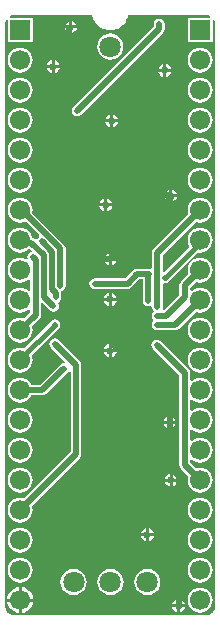
<source format=gtl>
G04*
G04 #@! TF.GenerationSoftware,Altium Limited,Altium Designer,21.0.8 (223)*
G04*
G04 Layer_Physical_Order=1*
G04 Layer_Color=255*
%FSLAX25Y25*%
%MOIN*%
G70*
G04*
G04 #@! TF.SameCoordinates,A92B238D-CFD9-4CD7-8B95-F340C1F2EFB7*
G04*
G04*
G04 #@! TF.FilePolarity,Positive*
G04*
G01*
G75*
%ADD14C,0.01968*%
%ADD15C,0.01575*%
%ADD16C,0.06693*%
%ADD17R,0.06693X0.06693*%
%ADD18C,0.07087*%
%ADD19C,0.02362*%
%ADD20C,0.01968*%
G36*
X68869Y200866D02*
X69412Y200641D01*
X69423Y200634D01*
X69271Y200134D01*
X61866D01*
Y191866D01*
X70134D01*
Y199271D01*
X70634Y199423D01*
X70641Y199412D01*
X70866Y198869D01*
X70981Y198293D01*
Y198000D01*
Y4000D01*
Y3706D01*
X70866Y3131D01*
X70641Y2588D01*
X70315Y2100D01*
X69900Y1685D01*
X69412Y1359D01*
X68869Y1134D01*
X68294Y1020D01*
X3706D01*
X3131Y1134D01*
X2588Y1359D01*
X2100Y1685D01*
X1685Y2100D01*
X1359Y2588D01*
X1134Y3131D01*
X1020Y3706D01*
Y4000D01*
Y198000D01*
Y198294D01*
X1134Y198869D01*
X1359Y199412D01*
X1366Y199423D01*
X1866Y199271D01*
Y191866D01*
X10134D01*
Y200134D01*
X2729D01*
X2577Y200634D01*
X2588Y200641D01*
X3131Y200866D01*
X3706Y200980D01*
X29987D01*
X29999Y200952D01*
X30003Y200910D01*
X30026Y200830D01*
X30031Y200747D01*
X30178Y200184D01*
X30216Y200105D01*
X30236Y200020D01*
X30716Y198963D01*
X30784Y198868D01*
X30836Y198763D01*
X31543Y197843D01*
X31631Y197766D01*
X31705Y197676D01*
X32602Y196940D01*
X32705Y196885D01*
X32798Y196814D01*
X33839Y196301D01*
X33952Y196271D01*
X34058Y196223D01*
X35188Y195960D01*
X35305Y195956D01*
X35420Y195933D01*
X36580D01*
X36695Y195956D01*
X36812Y195960D01*
X37942Y196223D01*
X38048Y196271D01*
X38161Y196301D01*
X39202Y196814D01*
X39295Y196885D01*
X39398Y196940D01*
X40295Y197676D01*
X40369Y197766D01*
X40457Y197843D01*
X41164Y198763D01*
X41216Y198868D01*
X41284Y198963D01*
X41764Y200020D01*
X41780Y200090D01*
X41814Y200153D01*
X41978Y200712D01*
X41991Y200857D01*
X42016Y200980D01*
X68293D01*
X68869Y200866D01*
D02*
G37*
%LPC*%
G36*
X23400Y199000D02*
Y197576D01*
X24824D01*
X24769Y197851D01*
X24331Y198507D01*
X23674Y198945D01*
X23400Y199000D01*
D02*
G37*
G36*
X22400D02*
X22126Y198945D01*
X21469Y198507D01*
X21031Y197851D01*
X20976Y197576D01*
X22400D01*
Y199000D01*
D02*
G37*
G36*
X24824Y196576D02*
X23400D01*
Y195153D01*
X23674Y195207D01*
X24331Y195646D01*
X24769Y196302D01*
X24824Y196576D01*
D02*
G37*
G36*
X22400D02*
X20976D01*
X21031Y196302D01*
X21469Y195646D01*
X22126Y195207D01*
X22400Y195153D01*
Y196576D01*
D02*
G37*
G36*
X36000Y194868D02*
X34870Y194719D01*
X33816Y194283D01*
X32911Y193589D01*
X32217Y192684D01*
X31781Y191630D01*
X31632Y190500D01*
X31781Y189369D01*
X32217Y188316D01*
X32911Y187411D01*
X33816Y186717D01*
X34870Y186281D01*
X36000Y186132D01*
X37130Y186281D01*
X38184Y186717D01*
X39089Y187411D01*
X39783Y188316D01*
X40219Y189369D01*
X40368Y190500D01*
X40219Y191630D01*
X39783Y192684D01*
X39089Y193589D01*
X38184Y194283D01*
X37130Y194719D01*
X36000Y194868D01*
D02*
G37*
G36*
X17500Y185925D02*
Y184301D01*
X19124D01*
X19055Y184652D01*
X18573Y185374D01*
X17851Y185856D01*
X17500Y185925D01*
D02*
G37*
G36*
X16500D02*
X16149Y185856D01*
X15428Y185374D01*
X14945Y184652D01*
X14876Y184301D01*
X16500D01*
Y185925D01*
D02*
G37*
G36*
X54704Y184645D02*
Y183021D01*
X56328D01*
X56258Y183372D01*
X55776Y184093D01*
X55055Y184575D01*
X54704Y184645D01*
D02*
G37*
G36*
X53704D02*
X53353Y184575D01*
X52631Y184093D01*
X52149Y183372D01*
X52079Y183021D01*
X53704D01*
Y184645D01*
D02*
G37*
G36*
X66000Y190170D02*
X64921Y190027D01*
X63915Y189611D01*
X63052Y188948D01*
X62389Y188085D01*
X61973Y187079D01*
X61831Y186000D01*
X61973Y184921D01*
X62389Y183915D01*
X63052Y183052D01*
X63915Y182389D01*
X64921Y181973D01*
X66000Y181831D01*
X67079Y181973D01*
X68085Y182389D01*
X68948Y183052D01*
X69611Y183915D01*
X70027Y184921D01*
X70170Y186000D01*
X70027Y187079D01*
X69611Y188085D01*
X68948Y188948D01*
X68085Y189611D01*
X67079Y190027D01*
X66000Y190170D01*
D02*
G37*
G36*
X6000D02*
X4921Y190027D01*
X3915Y189611D01*
X3052Y188948D01*
X2389Y188085D01*
X1973Y187079D01*
X1830Y186000D01*
X1973Y184921D01*
X2389Y183915D01*
X3052Y183052D01*
X3915Y182389D01*
X4921Y181973D01*
X6000Y181831D01*
X7079Y181973D01*
X8085Y182389D01*
X8948Y183052D01*
X9611Y183915D01*
X10028Y184921D01*
X10170Y186000D01*
X10028Y187079D01*
X9611Y188085D01*
X8948Y188948D01*
X8085Y189611D01*
X7079Y190027D01*
X6000Y190170D01*
D02*
G37*
G36*
X19124Y183301D02*
X17500D01*
Y181677D01*
X17851Y181746D01*
X18573Y182229D01*
X19055Y182950D01*
X19124Y183301D01*
D02*
G37*
G36*
X16500D02*
X14876D01*
X14945Y182950D01*
X15428Y182229D01*
X16149Y181746D01*
X16500Y181677D01*
Y183301D01*
D02*
G37*
G36*
X56328Y182021D02*
X54704D01*
Y180396D01*
X55055Y180466D01*
X55776Y180948D01*
X56258Y181670D01*
X56328Y182021D01*
D02*
G37*
G36*
X53704D02*
X52079D01*
X52149Y181670D01*
X52631Y180948D01*
X53353Y180466D01*
X53704Y180396D01*
Y182021D01*
D02*
G37*
G36*
X66000Y180169D02*
X64921Y180027D01*
X63915Y179611D01*
X63052Y178948D01*
X62389Y178085D01*
X61973Y177079D01*
X61831Y176000D01*
X61973Y174921D01*
X62389Y173915D01*
X63052Y173052D01*
X63915Y172389D01*
X64921Y171973D01*
X66000Y171830D01*
X67079Y171973D01*
X68085Y172389D01*
X68948Y173052D01*
X69611Y173915D01*
X70027Y174921D01*
X70170Y176000D01*
X70027Y177079D01*
X69611Y178085D01*
X68948Y178948D01*
X68085Y179611D01*
X67079Y180027D01*
X66000Y180169D01*
D02*
G37*
G36*
X6000D02*
X4921Y180027D01*
X3915Y179611D01*
X3052Y178948D01*
X2389Y178085D01*
X1973Y177079D01*
X1830Y176000D01*
X1973Y174921D01*
X2389Y173915D01*
X3052Y173052D01*
X3915Y172389D01*
X4921Y171973D01*
X6000Y171830D01*
X7079Y171973D01*
X8085Y172389D01*
X8948Y173052D01*
X9611Y173915D01*
X10028Y174921D01*
X10170Y176000D01*
X10028Y177079D01*
X9611Y178085D01*
X8948Y178948D01*
X8085Y179611D01*
X7079Y180027D01*
X6000Y180169D01*
D02*
G37*
G36*
X52378Y199828D02*
X51687Y199690D01*
X51101Y199299D01*
X50709Y198713D01*
X50572Y198022D01*
Y197204D01*
X23723Y170355D01*
X23331Y169769D01*
X23194Y169078D01*
X23331Y168386D01*
X23723Y167800D01*
X24309Y167409D01*
X25000Y167271D01*
X25691Y167409D01*
X26277Y167800D01*
X53656Y195179D01*
X54047Y195765D01*
X54185Y196456D01*
Y198022D01*
X54047Y198713D01*
X53656Y199299D01*
X53070Y199690D01*
X52378Y199828D01*
D02*
G37*
G36*
X37000Y167870D02*
Y166245D01*
X38624D01*
X38555Y166596D01*
X38072Y167318D01*
X37351Y167800D01*
X37000Y167870D01*
D02*
G37*
G36*
X36000D02*
X35649Y167800D01*
X34927Y167318D01*
X34445Y166596D01*
X34376Y166245D01*
X36000D01*
Y167870D01*
D02*
G37*
G36*
X38624Y165245D02*
X37000D01*
Y163621D01*
X37351Y163691D01*
X38072Y164173D01*
X38555Y164894D01*
X38624Y165245D01*
D02*
G37*
G36*
X36000D02*
X34376D01*
X34445Y164894D01*
X34927Y164173D01*
X35649Y163691D01*
X36000Y163621D01*
Y165245D01*
D02*
G37*
G36*
X66000Y170169D02*
X64921Y170027D01*
X63915Y169611D01*
X63052Y168948D01*
X62389Y168085D01*
X61973Y167079D01*
X61831Y166000D01*
X61973Y164921D01*
X62389Y163915D01*
X63052Y163052D01*
X63915Y162389D01*
X64921Y161973D01*
X66000Y161830D01*
X67079Y161973D01*
X68085Y162389D01*
X68948Y163052D01*
X69611Y163915D01*
X70027Y164921D01*
X70170Y166000D01*
X70027Y167079D01*
X69611Y168085D01*
X68948Y168948D01*
X68085Y169611D01*
X67079Y170027D01*
X66000Y170169D01*
D02*
G37*
G36*
X6000D02*
X4921Y170027D01*
X3915Y169611D01*
X3052Y168948D01*
X2389Y168085D01*
X1973Y167079D01*
X1830Y166000D01*
X1973Y164921D01*
X2389Y163915D01*
X3052Y163052D01*
X3915Y162389D01*
X4921Y161973D01*
X6000Y161830D01*
X7079Y161973D01*
X8085Y162389D01*
X8948Y163052D01*
X9611Y163915D01*
X10028Y164921D01*
X10170Y166000D01*
X10028Y167079D01*
X9611Y168085D01*
X8948Y168948D01*
X8085Y169611D01*
X7079Y170027D01*
X6000Y170169D01*
D02*
G37*
G36*
X66000Y160169D02*
X64921Y160027D01*
X63915Y159611D01*
X63052Y158948D01*
X62389Y158085D01*
X61973Y157079D01*
X61831Y156000D01*
X61973Y154921D01*
X62389Y153915D01*
X63052Y153052D01*
X63915Y152389D01*
X64921Y151973D01*
X66000Y151830D01*
X67079Y151973D01*
X68085Y152389D01*
X68948Y153052D01*
X69611Y153915D01*
X70027Y154921D01*
X70170Y156000D01*
X70027Y157079D01*
X69611Y158085D01*
X68948Y158948D01*
X68085Y159611D01*
X67079Y160027D01*
X66000Y160169D01*
D02*
G37*
G36*
X6000D02*
X4921Y160027D01*
X3915Y159611D01*
X3052Y158948D01*
X2389Y158085D01*
X1973Y157079D01*
X1830Y156000D01*
X1973Y154921D01*
X2389Y153915D01*
X3052Y153052D01*
X3915Y152389D01*
X4921Y151973D01*
X6000Y151830D01*
X7079Y151973D01*
X8085Y152389D01*
X8948Y153052D01*
X9611Y153915D01*
X10028Y154921D01*
X10170Y156000D01*
X10028Y157079D01*
X9611Y158085D01*
X8948Y158948D01*
X8085Y159611D01*
X7079Y160027D01*
X6000Y160169D01*
D02*
G37*
G36*
X66000Y150170D02*
X64921Y150027D01*
X63915Y149611D01*
X63052Y148948D01*
X62389Y148085D01*
X61973Y147079D01*
X61831Y146000D01*
X61973Y144921D01*
X62389Y143915D01*
X63052Y143052D01*
X63915Y142389D01*
X64921Y141973D01*
X66000Y141831D01*
X67079Y141973D01*
X68085Y142389D01*
X68948Y143052D01*
X69611Y143915D01*
X70027Y144921D01*
X70170Y146000D01*
X70027Y147079D01*
X69611Y148085D01*
X68948Y148948D01*
X68085Y149611D01*
X67079Y150027D01*
X66000Y150170D01*
D02*
G37*
G36*
X6000D02*
X4921Y150027D01*
X3915Y149611D01*
X3052Y148948D01*
X2389Y148085D01*
X1973Y147079D01*
X1830Y146000D01*
X1973Y144921D01*
X2389Y143915D01*
X3052Y143052D01*
X3915Y142389D01*
X4921Y141973D01*
X6000Y141831D01*
X7079Y141973D01*
X8085Y142389D01*
X8948Y143052D01*
X9611Y143915D01*
X10028Y144921D01*
X10170Y146000D01*
X10028Y147079D01*
X9611Y148085D01*
X8948Y148948D01*
X8085Y149611D01*
X7079Y150027D01*
X6000Y150170D01*
D02*
G37*
G36*
X56755Y142824D02*
Y141400D01*
X58178D01*
X58124Y141674D01*
X57685Y142331D01*
X57029Y142769D01*
X56755Y142824D01*
D02*
G37*
G36*
X55755D02*
X55480Y142769D01*
X54824Y142331D01*
X54386Y141674D01*
X54331Y141400D01*
X55755D01*
Y142824D01*
D02*
G37*
G36*
X58178Y140400D02*
X56755D01*
Y138976D01*
X57029Y139031D01*
X57685Y139469D01*
X58124Y140126D01*
X58178Y140400D01*
D02*
G37*
G36*
X55755D02*
X54331D01*
X54386Y140126D01*
X54824Y139469D01*
X55480Y139031D01*
X55755Y138976D01*
Y140400D01*
D02*
G37*
G36*
X35000Y139824D02*
Y138200D01*
X36624D01*
X36555Y138551D01*
X36072Y139272D01*
X35351Y139754D01*
X35000Y139824D01*
D02*
G37*
G36*
X34000D02*
X33649Y139754D01*
X32928Y139272D01*
X32445Y138551D01*
X32376Y138200D01*
X34000D01*
Y139824D01*
D02*
G37*
G36*
X36624Y137200D02*
X35000D01*
Y135576D01*
X35351Y135645D01*
X36072Y136127D01*
X36555Y136849D01*
X36624Y137200D01*
D02*
G37*
G36*
X34000D02*
X32376D01*
X32445Y136849D01*
X32928Y136127D01*
X33649Y135645D01*
X34000Y135576D01*
Y137200D01*
D02*
G37*
G36*
X66000Y140170D02*
X64921Y140027D01*
X63915Y139611D01*
X63052Y138948D01*
X62389Y138085D01*
X61973Y137079D01*
X61831Y136000D01*
X61973Y134921D01*
X62088Y134643D01*
X50367Y122921D01*
X49975Y122335D01*
X49838Y121644D01*
Y116757D01*
X49338Y116422D01*
X48888Y116511D01*
X48717Y116477D01*
X48598Y116501D01*
X44995D01*
X44304Y116363D01*
X43718Y115972D01*
X41053Y113306D01*
X30900D01*
X30209Y113169D01*
X29623Y112777D01*
X29231Y112191D01*
X29094Y111500D01*
X29231Y110809D01*
X29623Y110223D01*
X30209Y109831D01*
X30900Y109694D01*
X41801D01*
X42492Y109831D01*
X43078Y110223D01*
X45743Y112888D01*
X46792D01*
Y105682D01*
X46930Y104991D01*
X47321Y104405D01*
X47907Y104013D01*
X48598Y103876D01*
X49290Y104013D01*
X49404Y104089D01*
X49860Y103793D01*
X49975Y103213D01*
X50367Y102627D01*
X50422Y102571D01*
X50486Y102315D01*
Y102089D01*
X50419Y101956D01*
X50042Y101391D01*
X49904Y100700D01*
X50042Y100009D01*
X50433Y99423D01*
X50432Y98934D01*
X50079Y98406D01*
X49942Y97714D01*
X50079Y97023D01*
X50471Y96437D01*
X51057Y96046D01*
X51748Y95908D01*
X57714D01*
X58406Y96046D01*
X58992Y96437D01*
X64642Y102088D01*
X64921Y101973D01*
X66000Y101830D01*
X67079Y101973D01*
X68085Y102389D01*
X68948Y103052D01*
X69611Y103915D01*
X70027Y104921D01*
X70170Y106000D01*
X70027Y107079D01*
X69611Y108085D01*
X68948Y108948D01*
X68085Y109611D01*
X67079Y110027D01*
X66000Y110169D01*
X64921Y110027D01*
X63915Y109611D01*
X63188Y109053D01*
X62688Y109243D01*
Y110134D01*
X64642Y112088D01*
X64921Y111973D01*
X66000Y111830D01*
X67079Y111973D01*
X68085Y112389D01*
X68948Y113052D01*
X69611Y113915D01*
X70027Y114921D01*
X70170Y116000D01*
X70027Y117079D01*
X69611Y118085D01*
X68948Y118948D01*
X68085Y119611D01*
X67079Y120027D01*
X66000Y120169D01*
X64921Y120027D01*
X63915Y119611D01*
X63052Y118948D01*
X62389Y118085D01*
X61973Y117079D01*
X61831Y116000D01*
X61973Y114921D01*
X62088Y114643D01*
X59605Y112159D01*
X59213Y111573D01*
X59075Y110882D01*
Y107784D01*
X54049Y102757D01*
X53806Y102790D01*
X53733Y102850D01*
X53460Y103325D01*
X53554Y103800D01*
X53451Y104323D01*
Y111348D01*
X53951Y111683D01*
X54400Y111594D01*
X55091Y111731D01*
X55677Y112123D01*
X56069Y112709D01*
X56117Y112953D01*
X65112Y121947D01*
X66000Y121830D01*
X67079Y121973D01*
X68085Y122389D01*
X68948Y123052D01*
X69611Y123915D01*
X70027Y124921D01*
X70170Y126000D01*
X70027Y127079D01*
X69611Y128085D01*
X68948Y128948D01*
X68085Y129611D01*
X67079Y130027D01*
X66000Y130169D01*
X64921Y130027D01*
X63915Y129611D01*
X63052Y128948D01*
X62389Y128085D01*
X61973Y127079D01*
X61831Y126000D01*
X61973Y124921D01*
X62389Y123915D01*
X62454Y123831D01*
X53951Y115328D01*
X53451Y115535D01*
Y120896D01*
X64642Y132088D01*
X64921Y131973D01*
X66000Y131831D01*
X67079Y131973D01*
X68085Y132389D01*
X68948Y133052D01*
X69611Y133915D01*
X70027Y134921D01*
X70170Y136000D01*
X70027Y137079D01*
X69611Y138085D01*
X68948Y138948D01*
X68085Y139611D01*
X67079Y140027D01*
X66000Y140170D01*
D02*
G37*
G36*
X6000D02*
X4921Y140027D01*
X3915Y139611D01*
X3052Y138948D01*
X2389Y138085D01*
X1973Y137079D01*
X1830Y136000D01*
X1973Y134921D01*
X2389Y133915D01*
X3052Y133052D01*
X3915Y132389D01*
X4921Y131973D01*
X6000Y131831D01*
X7079Y131973D01*
X7778Y132262D01*
X12369Y127671D01*
X12252Y127081D01*
X11871Y126826D01*
X11617Y126445D01*
X11026Y126328D01*
X10981Y126373D01*
X10395Y126765D01*
X10060Y126832D01*
X10028Y127079D01*
X9611Y128085D01*
X8948Y128948D01*
X8085Y129611D01*
X7079Y130027D01*
X6000Y130169D01*
X4921Y130027D01*
X3915Y129611D01*
X3052Y128948D01*
X2389Y128085D01*
X1973Y127079D01*
X1830Y126000D01*
X1973Y124921D01*
X2389Y123915D01*
X3052Y123052D01*
X3915Y122389D01*
X4921Y121973D01*
X6000Y121830D01*
X7079Y121973D01*
X8085Y122389D01*
X8948Y123052D01*
X9179Y123067D01*
X9774Y122471D01*
X9629Y121993D01*
X9509Y121969D01*
X8923Y121577D01*
X8531Y120991D01*
X8394Y120300D01*
X8463Y119951D01*
X8242Y119752D01*
X8015Y119640D01*
X7079Y120027D01*
X6000Y120169D01*
X4921Y120027D01*
X3915Y119611D01*
X3052Y118948D01*
X2389Y118085D01*
X1973Y117079D01*
X1830Y116000D01*
X1973Y114921D01*
X2389Y113915D01*
X3052Y113052D01*
X3915Y112389D01*
X4921Y111973D01*
X6000Y111830D01*
X7079Y111973D01*
X8085Y112389D01*
X8812Y112947D01*
X9312Y112757D01*
Y109243D01*
X8812Y109053D01*
X8085Y109611D01*
X7079Y110027D01*
X6000Y110169D01*
X4921Y110027D01*
X3915Y109611D01*
X3052Y108948D01*
X2389Y108085D01*
X1973Y107079D01*
X1830Y106000D01*
X1973Y104921D01*
X2389Y103915D01*
X3052Y103052D01*
X3915Y102389D01*
X4921Y101973D01*
X6000Y101830D01*
X7079Y101973D01*
X8085Y102389D01*
X8812Y102947D01*
X9312Y102757D01*
Y101866D01*
X7358Y99912D01*
X7079Y100027D01*
X6000Y100170D01*
X4921Y100027D01*
X3915Y99611D01*
X3052Y98948D01*
X2389Y98085D01*
X1973Y97079D01*
X1830Y96000D01*
X1973Y94921D01*
X2389Y93915D01*
X3052Y93052D01*
X3915Y92389D01*
X4921Y91973D01*
X6000Y91830D01*
X7079Y91973D01*
X8085Y92389D01*
X8948Y93052D01*
X9611Y93915D01*
X10028Y94921D01*
X10170Y96000D01*
X10028Y97079D01*
X9912Y97358D01*
X12395Y99841D01*
X12787Y100427D01*
X12924Y101118D01*
Y104868D01*
X13386Y105059D01*
X15823Y102623D01*
X16409Y102231D01*
X17100Y102094D01*
X17791Y102231D01*
X18377Y102623D01*
X18769Y103209D01*
X18906Y103900D01*
X18769Y104591D01*
X18612Y104825D01*
X18609Y104918D01*
X18785Y105461D01*
X19177Y105723D01*
X19569Y106309D01*
X19706Y107000D01*
Y108303D01*
X19582Y108930D01*
X20091Y109031D01*
X20677Y109423D01*
X21069Y110009D01*
X21206Y110700D01*
Y123195D01*
X21069Y123886D01*
X20677Y124472D01*
X10051Y135099D01*
X10170Y136000D01*
X10028Y137079D01*
X9611Y138085D01*
X8948Y138948D01*
X8085Y139611D01*
X7079Y140027D01*
X6000Y140170D01*
D02*
G37*
G36*
X36500Y121526D02*
Y120102D01*
X37924D01*
X37869Y120377D01*
X37431Y121033D01*
X36774Y121472D01*
X36500Y121526D01*
D02*
G37*
G36*
X35500D02*
X35226Y121472D01*
X34569Y121033D01*
X34131Y120377D01*
X34076Y120102D01*
X35500D01*
Y121526D01*
D02*
G37*
G36*
X37924Y119102D02*
X36500D01*
Y117679D01*
X36774Y117733D01*
X37431Y118172D01*
X37869Y118828D01*
X37924Y119102D01*
D02*
G37*
G36*
X35500D02*
X34076D01*
X34131Y118828D01*
X34569Y118172D01*
X35226Y117733D01*
X35500Y117679D01*
Y119102D01*
D02*
G37*
G36*
X36500Y108342D02*
Y106718D01*
X38124D01*
X38055Y107069D01*
X37573Y107790D01*
X36851Y108272D01*
X36500Y108342D01*
D02*
G37*
G36*
X35500D02*
X35149Y108272D01*
X34427Y107790D01*
X33945Y107069D01*
X33876Y106718D01*
X35500D01*
Y108342D01*
D02*
G37*
G36*
X38124Y105718D02*
X36500D01*
Y104093D01*
X36851Y104163D01*
X37573Y104645D01*
X38055Y105367D01*
X38124Y105718D01*
D02*
G37*
G36*
X35500D02*
X33876D01*
X33945Y105367D01*
X34427Y104645D01*
X35149Y104163D01*
X35500Y104093D01*
Y105718D01*
D02*
G37*
G36*
X66000Y100170D02*
X64921Y100027D01*
X63915Y99611D01*
X63052Y98948D01*
X62389Y98085D01*
X61973Y97079D01*
X61831Y96000D01*
X61973Y94921D01*
X62389Y93915D01*
X63052Y93052D01*
X63915Y92389D01*
X64921Y91973D01*
X66000Y91830D01*
X67079Y91973D01*
X68085Y92389D01*
X68948Y93052D01*
X69611Y93915D01*
X70027Y94921D01*
X70170Y96000D01*
X70027Y97079D01*
X69611Y98085D01*
X68948Y98948D01*
X68085Y99611D01*
X67079Y100027D01*
X66000Y100170D01*
D02*
G37*
G36*
X17500Y99606D02*
X16809Y99469D01*
X16223Y99077D01*
X15831Y98491D01*
X15782Y98247D01*
X7422Y89886D01*
X7079Y90027D01*
X6000Y90170D01*
X4921Y90027D01*
X3915Y89611D01*
X3052Y88948D01*
X2389Y88085D01*
X1973Y87079D01*
X1830Y86000D01*
X1973Y84921D01*
X2389Y83915D01*
X3052Y83052D01*
X3915Y82389D01*
X4921Y81973D01*
X6000Y81831D01*
X7079Y81973D01*
X8085Y82389D01*
X8948Y83052D01*
X9611Y83915D01*
X10028Y84921D01*
X10170Y86000D01*
X10028Y87079D01*
X9772Y87695D01*
X18243Y96166D01*
X18777Y96523D01*
X19169Y97109D01*
X19306Y97800D01*
X19169Y98491D01*
X18777Y99077D01*
X18191Y99469D01*
X17500Y99606D01*
D02*
G37*
G36*
X36500Y91273D02*
Y89649D01*
X38124D01*
X38055Y90000D01*
X37573Y90722D01*
X36851Y91204D01*
X36500Y91273D01*
D02*
G37*
G36*
X35500D02*
X35149Y91204D01*
X34427Y90722D01*
X33945Y90000D01*
X33876Y89649D01*
X35500D01*
Y91273D01*
D02*
G37*
G36*
X38124Y88649D02*
X36500D01*
Y87025D01*
X36851Y87094D01*
X37573Y87577D01*
X38055Y88298D01*
X38124Y88649D01*
D02*
G37*
G36*
X35500D02*
X33876D01*
X33945Y88298D01*
X34427Y87577D01*
X35149Y87094D01*
X35500Y87025D01*
Y88649D01*
D02*
G37*
G36*
X66000Y90170D02*
X64921Y90027D01*
X63915Y89611D01*
X63052Y88948D01*
X62389Y88085D01*
X61973Y87079D01*
X61831Y86000D01*
X61973Y84921D01*
X62389Y83915D01*
X63052Y83052D01*
X63915Y82389D01*
X64921Y81973D01*
X66000Y81831D01*
X67079Y81973D01*
X68085Y82389D01*
X68948Y83052D01*
X69611Y83915D01*
X70027Y84921D01*
X70170Y86000D01*
X70027Y87079D01*
X69611Y88085D01*
X68948Y88948D01*
X68085Y89611D01*
X67079Y90027D01*
X66000Y90170D01*
D02*
G37*
G36*
X51453Y92811D02*
X50761Y92674D01*
X50175Y92282D01*
X49784Y91696D01*
X49646Y91005D01*
X49784Y90314D01*
X50175Y89727D01*
X59075Y80827D01*
Y51118D01*
X59213Y50427D01*
X59605Y49841D01*
X62088Y47357D01*
X61973Y47079D01*
X61831Y46000D01*
X61973Y44921D01*
X62389Y43915D01*
X63052Y43052D01*
X63915Y42389D01*
X64921Y41973D01*
X66000Y41831D01*
X67079Y41973D01*
X68085Y42389D01*
X68948Y43052D01*
X69611Y43915D01*
X70027Y44921D01*
X70170Y46000D01*
X70027Y47079D01*
X69611Y48085D01*
X68948Y48948D01*
X68085Y49611D01*
X67079Y50027D01*
X66000Y50169D01*
X64921Y50027D01*
X64642Y49912D01*
X62688Y51866D01*
Y52757D01*
X63188Y52947D01*
X63915Y52389D01*
X64921Y51973D01*
X66000Y51831D01*
X67079Y51973D01*
X68085Y52389D01*
X68948Y53052D01*
X69611Y53915D01*
X70027Y54921D01*
X70170Y56000D01*
X70027Y57079D01*
X69611Y58085D01*
X68948Y58948D01*
X68085Y59611D01*
X67079Y60027D01*
X66000Y60170D01*
X64921Y60027D01*
X63915Y59611D01*
X63188Y59053D01*
X62688Y59243D01*
Y62757D01*
X63188Y62947D01*
X63915Y62389D01*
X64921Y61973D01*
X66000Y61831D01*
X67079Y61973D01*
X68085Y62389D01*
X68948Y63052D01*
X69611Y63915D01*
X70027Y64921D01*
X70170Y66000D01*
X70027Y67079D01*
X69611Y68085D01*
X68948Y68948D01*
X68085Y69611D01*
X67079Y70027D01*
X66000Y70170D01*
X64921Y70027D01*
X63915Y69611D01*
X63188Y69053D01*
X62688Y69243D01*
Y72757D01*
X63188Y72947D01*
X63915Y72389D01*
X64921Y71973D01*
X66000Y71830D01*
X67079Y71973D01*
X68085Y72389D01*
X68948Y73052D01*
X69611Y73915D01*
X70027Y74921D01*
X70170Y76000D01*
X70027Y77079D01*
X69611Y78085D01*
X68948Y78948D01*
X68085Y79611D01*
X67079Y80027D01*
X66000Y80169D01*
X64921Y80027D01*
X63915Y79611D01*
X63188Y79053D01*
X62688Y79243D01*
Y81576D01*
X62551Y82267D01*
X62159Y82853D01*
X52730Y92282D01*
X52144Y92674D01*
X51453Y92811D01*
D02*
G37*
G36*
X56223Y67024D02*
Y65600D01*
X57646D01*
X57592Y65874D01*
X57153Y66531D01*
X56497Y66969D01*
X56223Y67024D01*
D02*
G37*
G36*
X55223D02*
X54949Y66969D01*
X54292Y66531D01*
X53854Y65874D01*
X53799Y65600D01*
X55223D01*
Y67024D01*
D02*
G37*
G36*
X57646Y64600D02*
X56223D01*
Y63176D01*
X56497Y63231D01*
X57153Y63669D01*
X57592Y64326D01*
X57646Y64600D01*
D02*
G37*
G36*
X55223D02*
X53799D01*
X53854Y64326D01*
X54292Y63669D01*
X54949Y63231D01*
X55223Y63176D01*
Y64600D01*
D02*
G37*
G36*
X6000Y70170D02*
X4921Y70027D01*
X3915Y69611D01*
X3052Y68948D01*
X2389Y68085D01*
X1973Y67079D01*
X1830Y66000D01*
X1973Y64921D01*
X2389Y63915D01*
X3052Y63052D01*
X3915Y62389D01*
X4921Y61973D01*
X6000Y61831D01*
X7079Y61973D01*
X8085Y62389D01*
X8948Y63052D01*
X9611Y63915D01*
X10028Y64921D01*
X10170Y66000D01*
X10028Y67079D01*
X9611Y68085D01*
X8948Y68948D01*
X8085Y69611D01*
X7079Y70027D01*
X6000Y70170D01*
D02*
G37*
G36*
Y60170D02*
X4921Y60027D01*
X3915Y59611D01*
X3052Y58948D01*
X2389Y58085D01*
X1973Y57079D01*
X1830Y56000D01*
X1973Y54921D01*
X2389Y53915D01*
X3052Y53052D01*
X3915Y52389D01*
X4921Y51973D01*
X6000Y51831D01*
X7079Y51973D01*
X8085Y52389D01*
X8948Y53052D01*
X9611Y53915D01*
X10028Y54921D01*
X10170Y56000D01*
X10028Y57079D01*
X9611Y58085D01*
X8948Y58948D01*
X8085Y59611D01*
X7079Y60027D01*
X6000Y60170D01*
D02*
G37*
G36*
X56900Y48124D02*
Y46500D01*
X58524D01*
X58455Y46851D01*
X57973Y47572D01*
X57251Y48055D01*
X56900Y48124D01*
D02*
G37*
G36*
X55900D02*
X55549Y48055D01*
X54827Y47572D01*
X54346Y46851D01*
X54276Y46500D01*
X55900D01*
Y48124D01*
D02*
G37*
G36*
X58524Y45500D02*
X56900D01*
Y43876D01*
X57251Y43945D01*
X57973Y44427D01*
X58455Y45149D01*
X58524Y45500D01*
D02*
G37*
G36*
X55900D02*
X54276D01*
X54346Y45149D01*
X54827Y44427D01*
X55549Y43945D01*
X55900Y43876D01*
Y45500D01*
D02*
G37*
G36*
X6000Y50169D02*
X4921Y50027D01*
X3915Y49611D01*
X3052Y48948D01*
X2389Y48085D01*
X1973Y47079D01*
X1830Y46000D01*
X1973Y44921D01*
X2389Y43915D01*
X3052Y43052D01*
X3915Y42389D01*
X4921Y41973D01*
X6000Y41831D01*
X7079Y41973D01*
X8085Y42389D01*
X8948Y43052D01*
X9611Y43915D01*
X10028Y44921D01*
X10170Y46000D01*
X10028Y47079D01*
X9611Y48085D01*
X8948Y48948D01*
X8085Y49611D01*
X7079Y50027D01*
X6000Y50169D01*
D02*
G37*
G36*
X17500Y93206D02*
X16809Y93069D01*
X16223Y92677D01*
X15831Y92091D01*
X15694Y91400D01*
X15831Y90709D01*
X16223Y90123D01*
X20943Y85403D01*
X20725Y84965D01*
X20700Y84939D01*
X20432D01*
X19741Y84801D01*
X19155Y84410D01*
X12552Y77806D01*
X9726D01*
X9611Y78085D01*
X8948Y78948D01*
X8085Y79611D01*
X7079Y80027D01*
X6000Y80169D01*
X4921Y80027D01*
X3915Y79611D01*
X3052Y78948D01*
X2389Y78085D01*
X1973Y77079D01*
X1830Y76000D01*
X1973Y74921D01*
X2389Y73915D01*
X3052Y73052D01*
X3915Y72389D01*
X4921Y71973D01*
X6000Y71830D01*
X7079Y71973D01*
X8085Y72389D01*
X8948Y73052D01*
X9611Y73915D01*
X9726Y74194D01*
X13300D01*
X13991Y74331D01*
X14577Y74723D01*
X21297Y81442D01*
X21403Y81463D01*
X21989Y81855D01*
X22294Y82311D01*
X22794Y82159D01*
Y55348D01*
X7358Y39912D01*
X7079Y40027D01*
X6000Y40170D01*
X4921Y40027D01*
X3915Y39611D01*
X3052Y38948D01*
X2389Y38085D01*
X1973Y37079D01*
X1830Y36000D01*
X1973Y34921D01*
X2389Y33915D01*
X3052Y33052D01*
X3915Y32389D01*
X4921Y31973D01*
X6000Y31830D01*
X7079Y31973D01*
X8085Y32389D01*
X8948Y33052D01*
X9611Y33915D01*
X10028Y34921D01*
X10170Y36000D01*
X10028Y37079D01*
X9912Y37358D01*
X25877Y53323D01*
X26269Y53909D01*
X26406Y54600D01*
Y84300D01*
X26269Y84991D01*
X25877Y85577D01*
X18777Y92677D01*
X18191Y93069D01*
X17500Y93206D01*
D02*
G37*
G36*
X66000Y40170D02*
X64921Y40027D01*
X63915Y39611D01*
X63052Y38948D01*
X62389Y38085D01*
X61973Y37079D01*
X61831Y36000D01*
X61973Y34921D01*
X62389Y33915D01*
X63052Y33052D01*
X63915Y32389D01*
X64921Y31973D01*
X66000Y31830D01*
X67079Y31973D01*
X68085Y32389D01*
X68948Y33052D01*
X69611Y33915D01*
X70027Y34921D01*
X70170Y36000D01*
X70027Y37079D01*
X69611Y38085D01*
X68948Y38948D01*
X68085Y39611D01*
X67079Y40027D01*
X66000Y40170D01*
D02*
G37*
G36*
X48900Y29954D02*
Y28330D01*
X50524D01*
X50455Y28681D01*
X49973Y29402D01*
X49251Y29884D01*
X48900Y29954D01*
D02*
G37*
G36*
X47900D02*
X47549Y29884D01*
X46828Y29402D01*
X46345Y28681D01*
X46276Y28330D01*
X47900D01*
Y29954D01*
D02*
G37*
G36*
X50524Y27330D02*
X48900D01*
Y25706D01*
X49251Y25775D01*
X49973Y26257D01*
X50455Y26979D01*
X50524Y27330D01*
D02*
G37*
G36*
X47900D02*
X46276D01*
X46345Y26979D01*
X46828Y26257D01*
X47549Y25775D01*
X47900Y25706D01*
Y27330D01*
D02*
G37*
G36*
X66000Y30169D02*
X64921Y30027D01*
X63915Y29611D01*
X63052Y28948D01*
X62389Y28085D01*
X61973Y27079D01*
X61831Y26000D01*
X61973Y24921D01*
X62389Y23915D01*
X63052Y23052D01*
X63915Y22389D01*
X64921Y21973D01*
X66000Y21831D01*
X67079Y21973D01*
X68085Y22389D01*
X68948Y23052D01*
X69611Y23915D01*
X70027Y24921D01*
X70170Y26000D01*
X70027Y27079D01*
X69611Y28085D01*
X68948Y28948D01*
X68085Y29611D01*
X67079Y30027D01*
X66000Y30169D01*
D02*
G37*
G36*
X6000D02*
X4921Y30027D01*
X3915Y29611D01*
X3052Y28948D01*
X2389Y28085D01*
X1973Y27079D01*
X1830Y26000D01*
X1973Y24921D01*
X2389Y23915D01*
X3052Y23052D01*
X3915Y22389D01*
X4921Y21973D01*
X6000Y21831D01*
X7079Y21973D01*
X8085Y22389D01*
X8948Y23052D01*
X9611Y23915D01*
X10028Y24921D01*
X10170Y26000D01*
X10028Y27079D01*
X9611Y28085D01*
X8948Y28948D01*
X8085Y29611D01*
X7079Y30027D01*
X6000Y30169D01*
D02*
G37*
G36*
X66000Y20169D02*
X64921Y20027D01*
X63915Y19611D01*
X63052Y18948D01*
X62389Y18085D01*
X61973Y17079D01*
X61831Y16000D01*
X61973Y14921D01*
X62389Y13915D01*
X63052Y13052D01*
X63915Y12389D01*
X64921Y11972D01*
X66000Y11830D01*
X67079Y11972D01*
X68085Y12389D01*
X68948Y13052D01*
X69611Y13915D01*
X70027Y14921D01*
X70170Y16000D01*
X70027Y17079D01*
X69611Y18085D01*
X68948Y18948D01*
X68085Y19611D01*
X67079Y20027D01*
X66000Y20169D01*
D02*
G37*
G36*
X6000D02*
X4921Y20027D01*
X3915Y19611D01*
X3052Y18948D01*
X2389Y18085D01*
X1973Y17079D01*
X1830Y16000D01*
X1973Y14921D01*
X2389Y13915D01*
X3052Y13052D01*
X3915Y12389D01*
X4921Y11972D01*
X6000Y11830D01*
X7079Y11972D01*
X8085Y12389D01*
X8948Y13052D01*
X9611Y13915D01*
X10028Y14921D01*
X10170Y16000D01*
X10028Y17079D01*
X9611Y18085D01*
X8948Y18948D01*
X8085Y19611D01*
X7079Y20027D01*
X6000Y20169D01*
D02*
G37*
G36*
X48400Y16368D02*
X47269Y16219D01*
X46216Y15783D01*
X45311Y15089D01*
X44617Y14184D01*
X44181Y13130D01*
X44032Y12000D01*
X44181Y10870D01*
X44617Y9816D01*
X45311Y8911D01*
X46216Y8217D01*
X47269Y7781D01*
X48400Y7632D01*
X49531Y7781D01*
X50584Y8217D01*
X51489Y8911D01*
X52183Y9816D01*
X52619Y10870D01*
X52768Y12000D01*
X52619Y13130D01*
X52183Y14184D01*
X51489Y15089D01*
X50584Y15783D01*
X49531Y16219D01*
X48400Y16368D01*
D02*
G37*
G36*
X36100D02*
X34969Y16219D01*
X33916Y15783D01*
X33011Y15089D01*
X32317Y14184D01*
X31881Y13130D01*
X31732Y12000D01*
X31881Y10870D01*
X32317Y9816D01*
X33011Y8911D01*
X33916Y8217D01*
X34969Y7781D01*
X36100Y7632D01*
X37231Y7781D01*
X38284Y8217D01*
X39189Y8911D01*
X39883Y9816D01*
X40319Y10870D01*
X40468Y12000D01*
X40319Y13130D01*
X39883Y14184D01*
X39189Y15089D01*
X38284Y15783D01*
X37231Y16219D01*
X36100Y16368D01*
D02*
G37*
G36*
X23800D02*
X22670Y16219D01*
X21616Y15783D01*
X20711Y15089D01*
X20017Y14184D01*
X19581Y13130D01*
X19432Y12000D01*
X19581Y10870D01*
X20017Y9816D01*
X20711Y8911D01*
X21616Y8217D01*
X22670Y7781D01*
X23800Y7632D01*
X24930Y7781D01*
X25984Y8217D01*
X26889Y8911D01*
X27583Y9816D01*
X28019Y10870D01*
X28168Y12000D01*
X28019Y13130D01*
X27583Y14184D01*
X26889Y15089D01*
X25984Y15783D01*
X24930Y16219D01*
X23800Y16368D01*
D02*
G37*
G36*
X6500Y10318D02*
Y6500D01*
X10318D01*
X10235Y7135D01*
X9797Y8192D01*
X9100Y9100D01*
X8192Y9797D01*
X7135Y10235D01*
X6500Y10318D01*
D02*
G37*
G36*
X5500D02*
X4865Y10235D01*
X3808Y9797D01*
X2900Y9100D01*
X2203Y8192D01*
X1765Y7135D01*
X1682Y6500D01*
X5500D01*
Y10318D01*
D02*
G37*
G36*
X59302Y6217D02*
Y4593D01*
X60927D01*
X60857Y4944D01*
X60375Y5666D01*
X59653Y6148D01*
X59302Y6217D01*
D02*
G37*
G36*
X58302D02*
X57951Y6148D01*
X57230Y5666D01*
X56748Y4944D01*
X56678Y4593D01*
X58302D01*
Y6217D01*
D02*
G37*
G36*
X60927Y3593D02*
X59302D01*
Y1969D01*
X59653Y2039D01*
X60375Y2520D01*
X60857Y3242D01*
X60927Y3593D01*
D02*
G37*
G36*
X58302D02*
X56678D01*
X56748Y3242D01*
X57230Y2520D01*
X57951Y2039D01*
X58302Y1969D01*
Y3593D01*
D02*
G37*
G36*
X66000Y10170D02*
X64921Y10028D01*
X63915Y9611D01*
X63052Y8948D01*
X62389Y8085D01*
X61973Y7079D01*
X61831Y6000D01*
X61973Y4921D01*
X62389Y3915D01*
X63052Y3052D01*
X63915Y2389D01*
X64921Y1973D01*
X66000Y1830D01*
X67079Y1973D01*
X68085Y2389D01*
X68948Y3052D01*
X69611Y3915D01*
X70027Y4921D01*
X70170Y6000D01*
X70027Y7079D01*
X69611Y8085D01*
X68948Y8948D01*
X68085Y9611D01*
X67079Y10028D01*
X66000Y10170D01*
D02*
G37*
G36*
X10318Y5500D02*
X6500D01*
Y1682D01*
X7135Y1765D01*
X8192Y2203D01*
X9100Y2900D01*
X9797Y3808D01*
X10235Y4865D01*
X10318Y5500D01*
D02*
G37*
G36*
X5500D02*
X1682D01*
X1765Y4865D01*
X2203Y3808D01*
X2900Y2900D01*
X3808Y2203D01*
X4865Y1765D01*
X5500Y1682D01*
Y5500D01*
D02*
G37*
%LPD*%
D14*
X58802Y4093D02*
Y47198D01*
X55900Y50100D02*
X58802Y47198D01*
X22244Y196420D02*
X22900Y197076D01*
X22244Y167556D02*
Y196420D01*
Y167556D02*
X48900Y140900D01*
X25000Y169078D02*
X52378Y196456D01*
Y198022D01*
X44995Y114694D02*
X48598D01*
X41801Y111500D02*
X44995Y114694D01*
X30900Y111500D02*
X41801D01*
X51644Y103904D02*
Y121644D01*
X51748Y97714D02*
X57714D01*
X66000Y106000D01*
X51644Y103904D02*
X51748Y103800D01*
X60882Y107036D02*
Y110882D01*
X54546Y100700D02*
X60882Y107036D01*
X51710Y100700D02*
X54546D01*
X60882Y51118D02*
Y81576D01*
X51453Y91005D02*
X60882Y81576D01*
X55900Y65277D02*
Y72400D01*
X55723Y65100D02*
X55900Y65277D01*
X17900Y107000D02*
Y108303D01*
X16644Y109558D02*
X17900Y108303D01*
X16644Y109558D02*
Y122053D01*
X6000Y126000D02*
X6904Y125096D01*
X9704D01*
X13888Y120912D01*
Y107112D02*
Y120912D01*
X55900Y50100D02*
Y65100D01*
X26944Y101356D02*
X55900Y72400D01*
X26944Y101356D02*
Y117791D01*
X29136Y119983D01*
X6000Y36000D02*
X24600Y54600D01*
X17500Y91400D02*
X24600Y84300D01*
Y54600D02*
Y84300D01*
X13300Y76000D02*
X20432Y83132D01*
X20712D01*
X6000Y76000D02*
X13300D01*
X35925Y119678D02*
X36000Y119602D01*
X56255Y139857D01*
X31576Y119983D02*
X31881Y119678D01*
X29136Y119983D02*
X31576D01*
X31881Y119678D02*
X35925D01*
X56255Y139857D02*
Y140900D01*
X19400Y110700D02*
Y123195D01*
X13149Y125549D02*
X16644Y122053D01*
X13888Y107112D02*
X17100Y103900D01*
X10200Y120300D02*
X11118Y119382D01*
X6595Y136000D02*
X19400Y123195D01*
X11118Y101118D02*
Y119382D01*
X60882Y51118D02*
X66000Y46000D01*
X48888Y114688D02*
Y114705D01*
X51644Y121644D02*
X66000Y136000D01*
X48598Y114398D02*
X48888Y114688D01*
X48598Y105682D02*
Y114398D01*
X60882Y110882D02*
X66000Y116000D01*
X6000Y96000D02*
X11118Y101118D01*
X6000Y136000D02*
X6595D01*
X48900Y140900D02*
X56255D01*
D15*
X54400Y113400D02*
Y113506D01*
X66000Y125107D01*
X6000Y86000D02*
Y86194D01*
X17500Y97694D01*
Y97800D01*
X66000Y125107D02*
Y126000D01*
D16*
X6000Y56000D02*
D03*
Y66000D02*
D03*
Y76000D02*
D03*
Y86000D02*
D03*
Y96000D02*
D03*
Y106000D02*
D03*
Y116000D02*
D03*
Y186000D02*
D03*
Y176000D02*
D03*
Y166000D02*
D03*
Y156000D02*
D03*
Y146000D02*
D03*
Y136000D02*
D03*
Y126000D02*
D03*
Y46000D02*
D03*
Y36000D02*
D03*
Y26000D02*
D03*
Y16000D02*
D03*
Y6000D02*
D03*
X66000D02*
D03*
Y16000D02*
D03*
Y26000D02*
D03*
Y36000D02*
D03*
Y46000D02*
D03*
Y126000D02*
D03*
Y136000D02*
D03*
Y146000D02*
D03*
Y156000D02*
D03*
Y166000D02*
D03*
Y176000D02*
D03*
Y186000D02*
D03*
Y116000D02*
D03*
Y106000D02*
D03*
Y96000D02*
D03*
Y86000D02*
D03*
Y76000D02*
D03*
Y66000D02*
D03*
Y56000D02*
D03*
D17*
X6000Y196000D02*
D03*
X66000D02*
D03*
D18*
X36000Y190500D02*
D03*
X23800Y12000D02*
D03*
X36100D02*
D03*
X48400D02*
D03*
D19*
X58802Y4093D02*
D03*
X54204Y182521D02*
D03*
X17000Y183801D02*
D03*
X36500Y165745D02*
D03*
X34500Y137700D02*
D03*
X36000Y106218D02*
D03*
X56400Y46000D02*
D03*
X48400Y27830D02*
D03*
X36000Y89149D02*
D03*
D20*
X22900Y197076D02*
D03*
X52378Y198022D02*
D03*
X30900Y111500D02*
D03*
X54400Y113400D02*
D03*
X48598Y114694D02*
D03*
X51748Y97714D02*
D03*
Y103800D02*
D03*
X51710Y100700D02*
D03*
X51453Y91005D02*
D03*
X55723Y65100D02*
D03*
X17500Y91400D02*
D03*
X20712Y83132D02*
D03*
X17500Y97800D02*
D03*
X36000Y119602D02*
D03*
X19400Y110700D02*
D03*
X10200Y120300D02*
D03*
X17900Y107000D02*
D03*
X17100Y103900D02*
D03*
X48598Y105682D02*
D03*
X13149Y125549D02*
D03*
X25000Y169078D02*
D03*
X56255Y140900D02*
D03*
M02*

</source>
